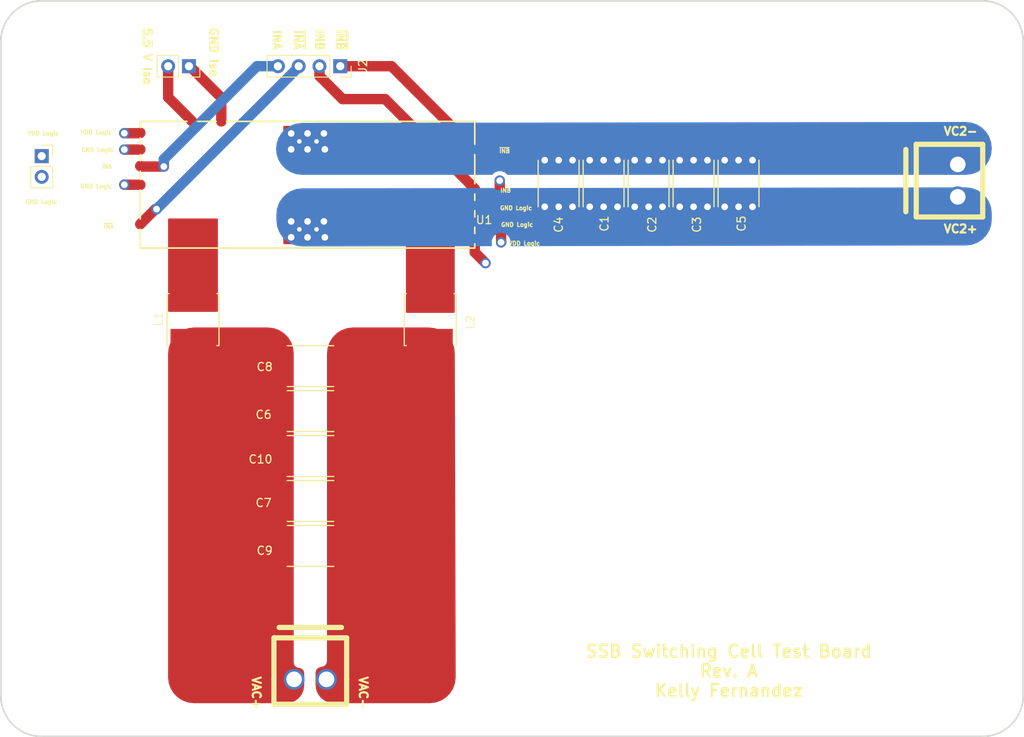
<source format=kicad_pcb>
(kicad_pcb (version 20171130) (host pcbnew "(5.0.0)")

  (general
    (thickness 1.6)
    (drawings 31)
    (tracks 93)
    (zones 0)
    (modules 22)
    (nets 15)
  )

  (page A4)
  (layers
    (0 F.Cu signal)
    (1 In1.Cu signal)
    (2 In2.Cu signal)
    (31 B.Cu signal)
    (32 B.Adhes user)
    (33 F.Adhes user)
    (34 B.Paste user)
    (35 F.Paste user)
    (36 B.SilkS user)
    (37 F.SilkS user)
    (38 B.Mask user)
    (39 F.Mask user)
    (40 Dwgs.User user)
    (41 Cmts.User user)
    (42 Eco1.User user)
    (43 Eco2.User user)
    (44 Edge.Cuts user)
    (45 Margin user)
    (46 B.CrtYd user)
    (47 F.CrtYd user)
    (48 B.Fab user)
    (49 F.Fab user)
  )

  (setup
    (last_trace_width 1.27)
    (user_trace_width 0.254)
    (user_trace_width 0.3302)
    (user_trace_width 0.508)
    (user_trace_width 0.635)
    (user_trace_width 0.762)
    (user_trace_width 1.27)
    (user_trace_width 2.54)
    (user_trace_width 5.08)
    (trace_clearance 0.1524)
    (zone_clearance 0.508)
    (zone_45_only no)
    (trace_min 0.1524)
    (segment_width 0.2)
    (edge_width 0.2)
    (via_size 0.635)
    (via_drill 0.3048)
    (via_min_size 0.6096)
    (via_min_drill 0.2794)
    (user_via 0.635 0.3048)
    (user_via 0.889 0.5588)
    (user_via 1.27 0.8128)
    (uvia_size 0.3048)
    (uvia_drill 0.2794)
    (uvias_allowed no)
    (uvia_min_size 0.2)
    (uvia_min_drill 0.1)
    (pcb_text_width 0.3)
    (pcb_text_size 1.5 1.5)
    (mod_edge_width 0.15)
    (mod_text_size 1 1)
    (mod_text_width 0.15)
    (pad_size 2.54 5.5118)
    (pad_drill 0)
    (pad_to_mask_clearance 0.2)
    (aux_axis_origin 0 0)
    (visible_elements 7FFFFFFF)
    (pcbplotparams
      (layerselection 0x010f0_ffffffff)
      (usegerberextensions false)
      (usegerberattributes false)
      (usegerberadvancedattributes false)
      (creategerberjobfile false)
      (excludeedgelayer true)
      (linewidth 0.100000)
      (plotframeref false)
      (viasonmask false)
      (mode 1)
      (useauxorigin false)
      (hpglpennumber 1)
      (hpglpenspeed 20)
      (hpglpendiameter 15.000000)
      (psnegative false)
      (psa4output false)
      (plotreference true)
      (plotvalue true)
      (plotinvisibletext false)
      (padsonsilk false)
      (subtractmaskfromsilk false)
      (outputformat 1)
      (mirror false)
      (drillshape 0)
      (scaleselection 1)
      (outputdirectory "Test Board Gerbers/"))
  )

  (net 0 "")
  (net 1 /VDD_Logic)
  (net 2 /GND_Logic)
  (net 3 /INA)
  (net 4 /~INA)
  (net 5 /INB)
  (net 6 /~INB)
  (net 7 /LC1_Pos)
  (net 8 /CF_Neg)
  (net 9 /VC2_Neg)
  (net 10 /VC2_Pos)
  (net 11 /VDD_ISO)
  (net 12 /GND_ISO)
  (net 13 /VAC_Neg)
  (net 14 /VAC_Pos)

  (net_class Default "This is the default net class."
    (clearance 0.1524)
    (trace_width 0.1524)
    (via_dia 0.635)
    (via_drill 0.3048)
    (uvia_dia 0.3048)
    (uvia_drill 0.2794)
    (add_net /CF_Neg)
    (add_net /GND_ISO)
    (add_net /GND_Logic)
    (add_net /INA)
    (add_net /INB)
    (add_net /LC1_Pos)
    (add_net /VAC_Neg)
    (add_net /VAC_Pos)
    (add_net /VC2_Neg)
    (add_net /VC2_Pos)
    (add_net /VDD_ISO)
    (add_net /VDD_Logic)
    (add_net /~INA)
    (add_net /~INB)
  )

  (module MountingHole:MountingHole_3mm (layer F.Cu) (tedit 5D364A73) (tstamp 5D407457)
    (at 5 -5)
    (descr "Mounting Hole 3mm, no annular")
    (tags "mounting hole 3mm no annular")
    (attr virtual)
    (fp_text reference REF** (at 0 -4) (layer F.SilkS) hide
      (effects (font (size 1 1) (thickness 0.15)))
    )
    (fp_text value MountingHole_3mm (at 0 4) (layer F.Fab) hide
      (effects (font (size 1 1) (thickness 0.15)))
    )
    (fp_text user %R (at 0.3 0) (layer F.Fab)
      (effects (font (size 1 1) (thickness 0.15)))
    )
    (fp_circle (center 0 0) (end 3 0) (layer Cmts.User) (width 0.15))
    (fp_circle (center 0 0) (end 3.25 0) (layer F.CrtYd) (width 0.05))
    (pad 1 np_thru_hole circle (at 0 0) (size 3 3) (drill 3) (layers *.Cu *.Mask))
  )

  (module MountingHole:MountingHole_3mm (layer F.Cu) (tedit 5D364A73) (tstamp 5D407457)
    (at 120 -5)
    (descr "Mounting Hole 3mm, no annular")
    (tags "mounting hole 3mm no annular")
    (attr virtual)
    (fp_text reference REF** (at 0 -4) (layer F.SilkS) hide
      (effects (font (size 1 1) (thickness 0.15)))
    )
    (fp_text value MountingHole_3mm (at 0 4) (layer F.Fab) hide
      (effects (font (size 1 1) (thickness 0.15)))
    )
    (fp_text user %R (at 0.3 0) (layer F.Fab)
      (effects (font (size 1 1) (thickness 0.15)))
    )
    (fp_circle (center 0 0) (end 3 0) (layer Cmts.User) (width 0.15))
    (fp_circle (center 0 0) (end 3.25 0) (layer F.CrtYd) (width 0.05))
    (pad 1 np_thru_hole circle (at 0 0) (size 3 3) (drill 3) (layers *.Cu *.Mask))
  )

  (module MountingHole:MountingHole_3mm (layer F.Cu) (tedit 5D364A73) (tstamp 5D407457)
    (at 120 -85)
    (descr "Mounting Hole 3mm, no annular")
    (tags "mounting hole 3mm no annular")
    (attr virtual)
    (fp_text reference REF** (at 0 -4) (layer F.SilkS) hide
      (effects (font (size 1 1) (thickness 0.15)))
    )
    (fp_text value MountingHole_3mm (at 0 4) (layer F.Fab) hide
      (effects (font (size 1 1) (thickness 0.15)))
    )
    (fp_text user %R (at 0.3 0) (layer F.Fab)
      (effects (font (size 1 1) (thickness 0.15)))
    )
    (fp_circle (center 0 0) (end 3 0) (layer Cmts.User) (width 0.15))
    (fp_circle (center 0 0) (end 3.25 0) (layer F.CrtYd) (width 0.05))
    (pad 1 np_thru_hole circle (at 0 0) (size 3 3) (drill 3) (layers *.Cu *.Mask))
  )

  (module Connector_PinSocket_2.54mm:PinSocket_1x02_P2.54mm_Vertical (layer F.Cu) (tedit 5D364470) (tstamp 5D404B96)
    (at 23 -82 270)
    (descr "Through hole straight socket strip, 1x02, 2.54mm pitch, single row (from Kicad 4.0.7), script generated")
    (tags "Through hole socket strip THT 1x02 2.54mm single row")
    (path /5D301128)
    (fp_text reference J5 (at 0 -2.77 270) (layer F.SilkS) hide
      (effects (font (size 1 1) (thickness 0.15)))
    )
    (fp_text value Conn_01x02 (at 0 5.31 270) (layer F.Fab) hide
      (effects (font (size 1 1) (thickness 0.15)))
    )
    (fp_text user %R (at 0 1.27) (layer F.Fab)
      (effects (font (size 1 1) (thickness 0.15)))
    )
    (fp_line (start -1.8 4.3) (end -1.8 -1.8) (layer F.CrtYd) (width 0.05))
    (fp_line (start 1.75 4.3) (end -1.8 4.3) (layer F.CrtYd) (width 0.05))
    (fp_line (start 1.75 -1.8) (end 1.75 4.3) (layer F.CrtYd) (width 0.05))
    (fp_line (start -1.8 -1.8) (end 1.75 -1.8) (layer F.CrtYd) (width 0.05))
    (fp_line (start 0 -1.33) (end 1.33 -1.33) (layer F.SilkS) (width 0.12))
    (fp_line (start 1.33 -1.33) (end 1.33 0) (layer F.SilkS) (width 0.12))
    (fp_line (start 1.33 1.27) (end 1.33 3.87) (layer F.SilkS) (width 0.12))
    (fp_line (start -1.33 3.87) (end 1.33 3.87) (layer F.SilkS) (width 0.12))
    (fp_line (start -1.33 1.27) (end -1.33 3.87) (layer F.SilkS) (width 0.12))
    (fp_line (start -1.33 1.27) (end 1.33 1.27) (layer F.SilkS) (width 0.12))
    (fp_line (start -1.27 3.81) (end -1.27 -1.27) (layer F.Fab) (width 0.1))
    (fp_line (start 1.27 3.81) (end -1.27 3.81) (layer F.Fab) (width 0.1))
    (fp_line (start 1.27 -0.635) (end 1.27 3.81) (layer F.Fab) (width 0.1))
    (fp_line (start 0.635 -1.27) (end 1.27 -0.635) (layer F.Fab) (width 0.1))
    (fp_line (start -1.27 -1.27) (end 0.635 -1.27) (layer F.Fab) (width 0.1))
    (pad 2 thru_hole oval (at 0 2.54 270) (size 1.7 1.7) (drill 1) (layers *.Cu *.Mask)
      (net 11 /VDD_ISO))
    (pad 1 thru_hole rect (at 0 0 270) (size 1.7 1.7) (drill 1) (layers *.Cu *.Mask)
      (net 12 /GND_ISO))
    (model ${KISYS3DMOD}/Connector_PinSocket_2.54mm.3dshapes/PinSocket_1x02_P2.54mm_Vertical.wrl
      (at (xyz 0 0 0))
      (scale (xyz 1 1 1))
      (rotate (xyz 0 0 0))
    )
  )

  (module Connector_PinSocket_2.54mm:PinSocket_1x02_P2.54mm_Vertical (layer F.Cu) (tedit 5D3645A5) (tstamp 5D404B81)
    (at 5 -71)
    (descr "Through hole straight socket strip, 1x02, 2.54mm pitch, single row (from Kicad 4.0.7), script generated")
    (tags "Through hole socket strip THT 1x02 2.54mm single row")
    (path /5D2E25FF)
    (fp_text reference J3 (at 0 -2.77) (layer F.SilkS) hide
      (effects (font (size 1 1) (thickness 0.15)))
    )
    (fp_text value Conn_01x02 (at 0 5.31) (layer F.Fab) hide
      (effects (font (size 1 1) (thickness 0.15)))
    )
    (fp_line (start -1.27 -1.27) (end 0.635 -1.27) (layer F.Fab) (width 0.1))
    (fp_line (start 0.635 -1.27) (end 1.27 -0.635) (layer F.Fab) (width 0.1))
    (fp_line (start 1.27 -0.635) (end 1.27 3.81) (layer F.Fab) (width 0.1))
    (fp_line (start 1.27 3.81) (end -1.27 3.81) (layer F.Fab) (width 0.1))
    (fp_line (start -1.27 3.81) (end -1.27 -1.27) (layer F.Fab) (width 0.1))
    (fp_line (start -1.33 1.27) (end 1.33 1.27) (layer F.SilkS) (width 0.12))
    (fp_line (start -1.33 1.27) (end -1.33 3.87) (layer F.SilkS) (width 0.12))
    (fp_line (start -1.33 3.87) (end 1.33 3.87) (layer F.SilkS) (width 0.12))
    (fp_line (start 1.33 1.27) (end 1.33 3.87) (layer F.SilkS) (width 0.12))
    (fp_line (start 1.33 -1.33) (end 1.33 0) (layer F.SilkS) (width 0.12))
    (fp_line (start 0 -1.33) (end 1.33 -1.33) (layer F.SilkS) (width 0.12))
    (fp_line (start -1.8 -1.8) (end 1.75 -1.8) (layer F.CrtYd) (width 0.05))
    (fp_line (start 1.75 -1.8) (end 1.75 4.3) (layer F.CrtYd) (width 0.05))
    (fp_line (start 1.75 4.3) (end -1.8 4.3) (layer F.CrtYd) (width 0.05))
    (fp_line (start -1.8 4.3) (end -1.8 -1.8) (layer F.CrtYd) (width 0.05))
    (fp_text user %R (at 0 1.27 90) (layer F.Fab)
      (effects (font (size 1 1) (thickness 0.15)))
    )
    (pad 1 thru_hole rect (at 0 0) (size 1.7 1.7) (drill 1) (layers *.Cu *.Mask)
      (net 1 /VDD_Logic))
    (pad 2 thru_hole oval (at 0 2.54) (size 1.7 1.7) (drill 1) (layers *.Cu *.Mask)
      (net 2 /GND_Logic))
    (model ${KISYS3DMOD}/Connector_PinSocket_2.54mm.3dshapes/PinSocket_1x02_P2.54mm_Vertical.wrl
      (at (xyz 0 0 0))
      (scale (xyz 1 1 1))
      (rotate (xyz 0 0 0))
    )
  )

  (module user_dc:C_2220_Sm (layer F.Cu) (tedit 5D364572) (tstamp 5D3C771E)
    (at 93 -64.5 90)
    (path /5D2E675E)
    (fp_text reference C5 (at -1.762 -2.449 90) (layer F.SilkS)
      (effects (font (size 1 1) (thickness 0.15)))
    )
    (fp_text value C (at 0.3048 2.0828 90) (layer F.Fab) hide
      (effects (font (size 1 1) (thickness 0.15)))
    )
    (fp_line (start 0 0) (end 6.31 0) (layer F.CrtYd) (width 0.15))
    (fp_line (start 0 -5.61) (end 6.31 -5.61) (layer F.CrtYd) (width 0.15))
    (fp_line (start 6.31 0) (end 6.31 -5.61) (layer F.CrtYd) (width 0.15))
    (fp_line (start 0 0) (end 0 -5.61) (layer F.CrtYd) (width 0.15))
    (fp_line (start 0.305 -0.305) (end 6.005 -0.305) (layer F.SilkS) (width 0.15))
    (fp_line (start 0.305 -5.305) (end 6.005 -5.305) (layer F.SilkS) (width 0.15))
    (pad 2 smd rect (at 6.005 -2.805 90) (size 1.25 5) (layers F.Cu F.Paste F.Mask)
      (net 9 /VC2_Neg))
    (pad 1 smd rect (at 0.305 -2.805 90) (size 1.25 5) (layers F.Cu F.Paste F.Mask)
      (net 10 /VC2_Pos))
    (model ${KISYS3DMOD}/Capacitor_SMD.3dshapes/C_2220_5650Metric.wrl
      (offset (xyz 3 2.875 0))
      (scale (xyz 1 1 1))
      (rotate (xyz 0 0 0))
    )
  )

  (module user_dc:C_2220_Sm (layer F.Cu) (tedit 5CB64CCE) (tstamp 5D3C76DC)
    (at 76.5 -64.5 90)
    (path /5D2E6646)
    (fp_text reference C1 (at -1.762 -2.713 90) (layer F.SilkS)
      (effects (font (size 1 1) (thickness 0.15)))
    )
    (fp_text value C (at 0.3048 2.0828 90) (layer F.Fab)
      (effects (font (size 1 1) (thickness 0.15)))
    )
    (fp_line (start 0.305 -5.305) (end 6.005 -5.305) (layer F.SilkS) (width 0.15))
    (fp_line (start 0.305 -0.305) (end 6.005 -0.305) (layer F.SilkS) (width 0.15))
    (fp_line (start 0 0) (end 0 -5.61) (layer F.CrtYd) (width 0.15))
    (fp_line (start 6.31 0) (end 6.31 -5.61) (layer F.CrtYd) (width 0.15))
    (fp_line (start 0 -5.61) (end 6.31 -5.61) (layer F.CrtYd) (width 0.15))
    (fp_line (start 0 0) (end 6.31 0) (layer F.CrtYd) (width 0.15))
    (pad 1 smd rect (at 0.305 -2.805 90) (size 1.25 5) (layers F.Cu F.Paste F.Mask)
      (net 10 /VC2_Pos))
    (pad 2 smd rect (at 6.005 -2.805 90) (size 1.25 5) (layers F.Cu F.Paste F.Mask)
      (net 9 /VC2_Neg))
    (model ${KISYS3DMOD}/Capacitor_SMD.3dshapes/C_2220_5650Metric.wrl
      (offset (xyz 3 2.875 0))
      (scale (xyz 1 1 1))
      (rotate (xyz 0 0 0))
    )
  )

  (module user_dc:C_2220_Sm (layer F.Cu) (tedit 5CB64CCE) (tstamp 5D3C76FD)
    (at 87.5 -64.5 90)
    (path /5D2E66EC)
    (fp_text reference C3 (at -1.889 -2.41 90) (layer F.SilkS)
      (effects (font (size 1 1) (thickness 0.15)))
    )
    (fp_text value C (at 0.3048 2.0828 90) (layer F.Fab)
      (effects (font (size 1 1) (thickness 0.15)))
    )
    (fp_line (start 0 0) (end 6.31 0) (layer F.CrtYd) (width 0.15))
    (fp_line (start 0 -5.61) (end 6.31 -5.61) (layer F.CrtYd) (width 0.15))
    (fp_line (start 6.31 0) (end 6.31 -5.61) (layer F.CrtYd) (width 0.15))
    (fp_line (start 0 0) (end 0 -5.61) (layer F.CrtYd) (width 0.15))
    (fp_line (start 0.305 -0.305) (end 6.005 -0.305) (layer F.SilkS) (width 0.15))
    (fp_line (start 0.305 -5.305) (end 6.005 -5.305) (layer F.SilkS) (width 0.15))
    (pad 2 smd rect (at 6.005 -2.805 90) (size 1.25 5) (layers F.Cu F.Paste F.Mask)
      (net 9 /VC2_Neg))
    (pad 1 smd rect (at 0.305 -2.805 90) (size 1.25 5) (layers F.Cu F.Paste F.Mask)
      (net 10 /VC2_Pos))
    (model ${KISYS3DMOD}/Capacitor_SMD.3dshapes/C_2220_5650Metric.wrl
      (offset (xyz 3 2.875 0))
      (scale (xyz 1 1 1))
      (rotate (xyz 0 0 0))
    )
  )

  (module user_dc:C_2220_Sm (layer F.Cu) (tedit 5CB64CCE) (tstamp 5D3C773F)
    (at 71 -64.5 90)
    (path /5D2E6724)
    (fp_text reference C4 (at -1.889 -2.801 90) (layer F.SilkS)
      (effects (font (size 1 1) (thickness 0.15)))
    )
    (fp_text value C (at 0.3048 2.0828 90) (layer F.Fab)
      (effects (font (size 1 1) (thickness 0.15)))
    )
    (fp_line (start 0.305 -5.305) (end 6.005 -5.305) (layer F.SilkS) (width 0.15))
    (fp_line (start 0.305 -0.305) (end 6.005 -0.305) (layer F.SilkS) (width 0.15))
    (fp_line (start 0 0) (end 0 -5.61) (layer F.CrtYd) (width 0.15))
    (fp_line (start 6.31 0) (end 6.31 -5.61) (layer F.CrtYd) (width 0.15))
    (fp_line (start 0 -5.61) (end 6.31 -5.61) (layer F.CrtYd) (width 0.15))
    (fp_line (start 0 0) (end 6.31 0) (layer F.CrtYd) (width 0.15))
    (pad 1 smd rect (at 0.305 -2.805 90) (size 1.25 5) (layers F.Cu F.Paste F.Mask)
      (net 10 /VC2_Pos))
    (pad 2 smd rect (at 6.005 -2.805 90) (size 1.25 5) (layers F.Cu F.Paste F.Mask)
      (net 9 /VC2_Neg))
    (model ${KISYS3DMOD}/Capacitor_SMD.3dshapes/C_2220_5650Metric.wrl
      (offset (xyz 3 2.875 0))
      (scale (xyz 1 1 1))
      (rotate (xyz 0 0 0))
    )
  )

  (module user_dc:C_2220_Sm (layer F.Cu) (tedit 5CB64CCE) (tstamp 5D3BF25F)
    (at 34.7 -37)
    (path /5D2E4B62)
    (fp_text reference C6 (at -2.569 -2.37) (layer F.SilkS)
      (effects (font (size 1 1) (thickness 0.15)))
    )
    (fp_text value C (at 0.3048 2.0828) (layer F.Fab)
      (effects (font (size 1 1) (thickness 0.15)))
    )
    (fp_line (start 0 0) (end 6.31 0) (layer F.CrtYd) (width 0.15))
    (fp_line (start 0 -5.61) (end 6.31 -5.61) (layer F.CrtYd) (width 0.15))
    (fp_line (start 6.31 0) (end 6.31 -5.61) (layer F.CrtYd) (width 0.15))
    (fp_line (start 0 0) (end 0 -5.61) (layer F.CrtYd) (width 0.15))
    (fp_line (start 0.305 -0.305) (end 6.005 -0.305) (layer F.SilkS) (width 0.15))
    (fp_line (start 0.305 -5.305) (end 6.005 -5.305) (layer F.SilkS) (width 0.15))
    (pad 2 smd rect (at 6.005 -2.805) (size 1.25 5) (layers F.Cu F.Paste F.Mask)
      (net 13 /VAC_Neg))
    (pad 1 smd rect (at 0.305 -2.805) (size 1.25 5) (layers F.Cu F.Paste F.Mask)
      (net 14 /VAC_Pos))
    (model ${KISYS3DMOD}/Capacitor_SMD.3dshapes/C_2220_5650Metric.wrl
      (offset (xyz 3 2.875 0))
      (scale (xyz 1 1 1))
      (rotate (xyz 0 0 0))
    )
  )

  (module user_dc:C_2220_Sm (layer F.Cu) (tedit 5CB64CCE) (tstamp 5D3BF253)
    (at 34.7 -26)
    (path /5D2E4BBE)
    (fp_text reference C7 (at -2.569 -2.575) (layer F.SilkS)
      (effects (font (size 1 1) (thickness 0.15)))
    )
    (fp_text value C (at 0.3048 2.0828) (layer F.Fab)
      (effects (font (size 1 1) (thickness 0.15)))
    )
    (fp_line (start 0.305 -5.305) (end 6.005 -5.305) (layer F.SilkS) (width 0.15))
    (fp_line (start 0.305 -0.305) (end 6.005 -0.305) (layer F.SilkS) (width 0.15))
    (fp_line (start 0 0) (end 0 -5.61) (layer F.CrtYd) (width 0.15))
    (fp_line (start 6.31 0) (end 6.31 -5.61) (layer F.CrtYd) (width 0.15))
    (fp_line (start 0 -5.61) (end 6.31 -5.61) (layer F.CrtYd) (width 0.15))
    (fp_line (start 0 0) (end 6.31 0) (layer F.CrtYd) (width 0.15))
    (pad 1 smd rect (at 0.305 -2.805) (size 1.25 5) (layers F.Cu F.Paste F.Mask)
      (net 14 /VAC_Pos))
    (pad 2 smd rect (at 6.005 -2.805) (size 1.25 5) (layers F.Cu F.Paste F.Mask)
      (net 13 /VAC_Neg))
    (model ${KISYS3DMOD}/Capacitor_SMD.3dshapes/C_2220_5650Metric.wrl
      (offset (xyz 3 2.875 0))
      (scale (xyz 1 1 1))
      (rotate (xyz 0 0 0))
    )
  )

  (module user_dc:C_2220_Sm (layer F.Cu) (tedit 5CB64CCE) (tstamp 5D4068DA)
    (at 34.7 -20.5)
    (path /5D2E4C4A)
    (fp_text reference C9 (at -2.442 -2.233) (layer F.SilkS)
      (effects (font (size 1 1) (thickness 0.15)))
    )
    (fp_text value C (at 0.3048 2.0828) (layer F.Fab)
      (effects (font (size 1 1) (thickness 0.15)))
    )
    (fp_line (start 0 0) (end 6.31 0) (layer F.CrtYd) (width 0.15))
    (fp_line (start 0 -5.61) (end 6.31 -5.61) (layer F.CrtYd) (width 0.15))
    (fp_line (start 6.31 0) (end 6.31 -5.61) (layer F.CrtYd) (width 0.15))
    (fp_line (start 0 0) (end 0 -5.61) (layer F.CrtYd) (width 0.15))
    (fp_line (start 0.305 -0.305) (end 6.005 -0.305) (layer F.SilkS) (width 0.15))
    (fp_line (start 0.305 -5.305) (end 6.005 -5.305) (layer F.SilkS) (width 0.15))
    (pad 2 smd rect (at 6.005 -2.805) (size 1.25 5) (layers F.Cu F.Paste F.Mask)
      (net 13 /VAC_Neg))
    (pad 1 smd rect (at 0.305 -2.805) (size 1.25 5) (layers F.Cu F.Paste F.Mask)
      (net 14 /VAC_Pos))
    (model ${KISYS3DMOD}/Capacitor_SMD.3dshapes/C_2220_5650Metric.wrl
      (offset (xyz 3 2.875 0))
      (scale (xyz 1 1 1))
      (rotate (xyz 0 0 0))
    )
  )

  (module user_dc:C_2220_Sm (layer F.Cu) (tedit 5CB64CCE) (tstamp 5D3BF23B)
    (at 34.7 -31.5)
    (path /5D2E4C7A)
    (fp_text reference C10 (at -2.95 -2.409) (layer F.SilkS)
      (effects (font (size 1 1) (thickness 0.15)))
    )
    (fp_text value C (at 0.3048 2.0828) (layer F.Fab)
      (effects (font (size 1 1) (thickness 0.15)))
    )
    (fp_line (start 0.305 -5.305) (end 6.005 -5.305) (layer F.SilkS) (width 0.15))
    (fp_line (start 0.305 -0.305) (end 6.005 -0.305) (layer F.SilkS) (width 0.15))
    (fp_line (start 0 0) (end 0 -5.61) (layer F.CrtYd) (width 0.15))
    (fp_line (start 6.31 0) (end 6.31 -5.61) (layer F.CrtYd) (width 0.15))
    (fp_line (start 0 -5.61) (end 6.31 -5.61) (layer F.CrtYd) (width 0.15))
    (fp_line (start 0 0) (end 6.31 0) (layer F.CrtYd) (width 0.15))
    (pad 1 smd rect (at 0.305 -2.805) (size 1.25 5) (layers F.Cu F.Paste F.Mask)
      (net 14 /VAC_Pos))
    (pad 2 smd rect (at 6.005 -2.805) (size 1.25 5) (layers F.Cu F.Paste F.Mask)
      (net 13 /VAC_Neg))
    (model ${KISYS3DMOD}/Capacitor_SMD.3dshapes/C_2220_5650Metric.wrl
      (offset (xyz 3 2.875 0))
      (scale (xyz 1 1 1))
      (rotate (xyz 0 0 0))
    )
  )

  (module user_dc:C_2220_Sm (layer F.Cu) (tedit 5CB64CCE) (tstamp 5D3C7760)
    (at 82 -64.5 90)
    (path /5D2E669E)
    (fp_text reference C2 (at -1.889 -2.371 90) (layer F.SilkS)
      (effects (font (size 1 1) (thickness 0.15)))
    )
    (fp_text value C (at 0.3048 2.0828 90) (layer F.Fab)
      (effects (font (size 1 1) (thickness 0.15)))
    )
    (fp_line (start 0 0) (end 6.31 0) (layer F.CrtYd) (width 0.15))
    (fp_line (start 0 -5.61) (end 6.31 -5.61) (layer F.CrtYd) (width 0.15))
    (fp_line (start 6.31 0) (end 6.31 -5.61) (layer F.CrtYd) (width 0.15))
    (fp_line (start 0 0) (end 0 -5.61) (layer F.CrtYd) (width 0.15))
    (fp_line (start 0.305 -0.305) (end 6.005 -0.305) (layer F.SilkS) (width 0.15))
    (fp_line (start 0.305 -5.305) (end 6.005 -5.305) (layer F.SilkS) (width 0.15))
    (pad 2 smd rect (at 6.005 -2.805 90) (size 1.25 5) (layers F.Cu F.Paste F.Mask)
      (net 9 /VC2_Neg))
    (pad 1 smd rect (at 0.305 -2.805 90) (size 1.25 5) (layers F.Cu F.Paste F.Mask)
      (net 10 /VC2_Pos))
    (model ${KISYS3DMOD}/Capacitor_SMD.3dshapes/C_2220_5650Metric.wrl
      (offset (xyz 3 2.875 0))
      (scale (xyz 1 1 1))
      (rotate (xyz 0 0 0))
    )
  )

  (module user_dc:C_2220_Sm (layer F.Cu) (tedit 5CB64CCE) (tstamp 5D3BF223)
    (at 34.7 -42.5)
    (path /5D2E4C16)
    (fp_text reference C8 (at -2.442 -2.712) (layer F.SilkS)
      (effects (font (size 1 1) (thickness 0.15)))
    )
    (fp_text value C (at 0.3048 2.0828) (layer F.Fab)
      (effects (font (size 1 1) (thickness 0.15)))
    )
    (fp_line (start 0.305 -5.305) (end 6.005 -5.305) (layer F.SilkS) (width 0.15))
    (fp_line (start 0.305 -0.305) (end 6.005 -0.305) (layer F.SilkS) (width 0.15))
    (fp_line (start 0 0) (end 0 -5.61) (layer F.CrtYd) (width 0.15))
    (fp_line (start 6.31 0) (end 6.31 -5.61) (layer F.CrtYd) (width 0.15))
    (fp_line (start 0 -5.61) (end 6.31 -5.61) (layer F.CrtYd) (width 0.15))
    (fp_line (start 0 0) (end 6.31 0) (layer F.CrtYd) (width 0.15))
    (pad 1 smd rect (at 0.305 -2.805) (size 1.25 5) (layers F.Cu F.Paste F.Mask)
      (net 14 /VAC_Pos))
    (pad 2 smd rect (at 6.005 -2.805) (size 1.25 5) (layers F.Cu F.Paste F.Mask)
      (net 13 /VAC_Neg))
    (model ${KISYS3DMOD}/Capacitor_SMD.3dshapes/C_2220_5650Metric.wrl
      (offset (xyz 3 2.875 0))
      (scale (xyz 1 1 1))
      (rotate (xyz 0 0 0))
    )
  )

  (module user_dc:XAL7070 (layer F.Cu) (tedit 5D364748) (tstamp 5D3BF217)
    (at 23.5 -51 270)
    (path /5D2E42C6)
    (fp_text reference L1 (at -0.054 4.196 270) (layer F.SilkS)
      (effects (font (size 1 1) (thickness 0.111125)))
    )
    (fp_text value L (at 0 -0.5 270) (layer F.Fab)
      (effects (font (size 0.762 0.4445) (thickness 0.111125)))
    )
    (fp_line (start 3.175 2.921) (end 3.175 3.175) (layer F.SilkS) (width 0.15))
    (fp_line (start -3.175 2.921) (end -3.175 3.175) (layer F.SilkS) (width 0.15))
    (fp_line (start 3.175 -3.175) (end 3.175 -2.921) (layer F.SilkS) (width 0.15))
    (fp_line (start -3.175 -3.175) (end -3.175 -2.921) (layer F.SilkS) (width 0.15))
    (fp_line (start -3.175 -3.175) (end 3.175 -3.175) (layer F.SilkS) (width 0.15))
    (fp_line (start -3.175 3.175) (end 3.175 3.175) (layer F.SilkS) (width 0.15))
    (pad 1 smd rect (at -2.413 0 270) (size 2.54 5.5118) (layers F.Cu F.Paste F.Mask)
      (net 7 /LC1_Pos))
    (pad 2 smd rect (at 2.413 0 270) (size 2.54 5.5118) (layers F.Cu F.Paste F.Mask)
      (net 14 /VAC_Pos))
    (model ${KIPRJMOD}/kicad-library/solid-models/XAL7070.STEP
      (offset (xyz -0.125 3.6 0))
      (scale (xyz 1 1 1))
      (rotate (xyz 0 0 0))
    )
  )

  (module user_dc:XAL7070 (layer F.Cu) (tedit 5D36474E) (tstamp 5D3BF20B)
    (at 52.5 -51 90)
    (path /5D2E4361)
    (fp_text reference L2 (at -0.327 4.904 90) (layer F.SilkS)
      (effects (font (size 1 1) (thickness 0.111125)))
    )
    (fp_text value L (at -2.032 0.0508 90) (layer F.Fab)
      (effects (font (size 0.762 0.4445) (thickness 0.111125)))
    )
    (fp_line (start -3.175 3.175) (end 3.175 3.175) (layer F.SilkS) (width 0.15))
    (fp_line (start -3.175 -3.175) (end 3.175 -3.175) (layer F.SilkS) (width 0.15))
    (fp_line (start -3.175 -3.175) (end -3.175 -2.921) (layer F.SilkS) (width 0.15))
    (fp_line (start 3.175 -3.175) (end 3.175 -2.921) (layer F.SilkS) (width 0.15))
    (fp_line (start -3.175 2.921) (end -3.175 3.175) (layer F.SilkS) (width 0.15))
    (fp_line (start 3.175 2.921) (end 3.175 3.175) (layer F.SilkS) (width 0.15))
    (pad 2 smd rect (at 2.413 0 90) (size 2.54 5.5118) (layers F.Cu F.Paste F.Mask)
      (net 8 /CF_Neg))
    (pad 1 smd rect (at -2.413 0 90) (size 2.54 5.5118) (layers F.Cu F.Paste F.Mask)
      (net 13 /VAC_Neg))
    (model ${KIPRJMOD}/kicad-library/solid-models/XAL7070.STEP
      (offset (xyz -0.125 3.6 0))
      (scale (xyz 1 1 1))
      (rotate (xyz 0 0 0))
    )
  )

  (module Connector_PinSocket_2.54mm:PinSocket_1x04_P2.54mm_Vertical (layer F.Cu) (tedit 5D364496) (tstamp 5D58024E)
    (at 41.5 -82 270)
    (descr "Through hole straight socket strip, 1x04, 2.54mm pitch, single row (from Kicad 4.0.7), script generated")
    (tags "Through hole socket strip THT 1x04 2.54mm single row")
    (path /5D2E2534)
    (fp_text reference J2 (at 0 -2.77 270) (layer F.SilkS)
      (effects (font (size 1 1) (thickness 0.15)))
    )
    (fp_text value Conn_01x04 (at 0 10.39 270) (layer F.Fab) hide
      (effects (font (size 1 1) (thickness 0.15)))
    )
    (fp_line (start -1.27 -1.27) (end 0.635 -1.27) (layer F.Fab) (width 0.1))
    (fp_line (start 0.635 -1.27) (end 1.27 -0.635) (layer F.Fab) (width 0.1))
    (fp_line (start 1.27 -0.635) (end 1.27 8.89) (layer F.Fab) (width 0.1))
    (fp_line (start 1.27 8.89) (end -1.27 8.89) (layer F.Fab) (width 0.1))
    (fp_line (start -1.27 8.89) (end -1.27 -1.27) (layer F.Fab) (width 0.1))
    (fp_line (start -1.33 1.27) (end 1.33 1.27) (layer F.SilkS) (width 0.12))
    (fp_line (start -1.33 1.27) (end -1.33 8.95) (layer F.SilkS) (width 0.12))
    (fp_line (start -1.33 8.95) (end 1.33 8.95) (layer F.SilkS) (width 0.12))
    (fp_line (start 1.33 1.27) (end 1.33 8.95) (layer F.SilkS) (width 0.12))
    (fp_line (start 1.33 -1.33) (end 1.33 0) (layer F.SilkS) (width 0.12))
    (fp_line (start 0 -1.33) (end 1.33 -1.33) (layer F.SilkS) (width 0.12))
    (fp_line (start -1.8 -1.8) (end 1.75 -1.8) (layer F.CrtYd) (width 0.05))
    (fp_line (start 1.75 -1.8) (end 1.75 9.4) (layer F.CrtYd) (width 0.05))
    (fp_line (start 1.75 9.4) (end -1.8 9.4) (layer F.CrtYd) (width 0.05))
    (fp_line (start -1.8 9.4) (end -1.8 -1.8) (layer F.CrtYd) (width 0.05))
    (fp_text user %R (at 0 3.81) (layer F.Fab)
      (effects (font (size 1 1) (thickness 0.15)))
    )
    (pad 1 thru_hole rect (at 0 0 270) (size 1.7 1.7) (drill 1) (layers *.Cu *.Mask)
      (net 6 /~INB))
    (pad 2 thru_hole oval (at 0 2.54 270) (size 1.7 1.7) (drill 1) (layers *.Cu *.Mask)
      (net 5 /INB))
    (pad 3 thru_hole oval (at 0 5.08 270) (size 1.7 1.7) (drill 1) (layers *.Cu *.Mask)
      (net 4 /~INA))
    (pad 4 thru_hole oval (at 0 7.62 270) (size 1.7 1.7) (drill 1) (layers *.Cu *.Mask)
      (net 3 /INA))
    (model ${KISYS3DMOD}/Connector_PinSocket_2.54mm.3dshapes/PinSocket_1x04_P2.54mm_Vertical.wrl
      (at (xyz 0 0 0))
      (scale (xyz 1 1 1))
      (rotate (xyz 0 0 0))
    )
  )

  (module calisco-MTA:MTA156_2pin (layer F.Cu) (tedit 5D36457A) (tstamp 5D580236)
    (at 117 -68 90)
    (path /5D2E281B)
    (fp_text reference J4 (at 0 5.08 90) (layer F.SilkS) hide
      (effects (font (size 1 1) (thickness 0.15)))
    )
    (fp_text value Conn_01x02 (at 0 -8.255 90) (layer F.Fab) hide
      (effects (font (size 1 1) (thickness 0.15)))
    )
    (fp_line (start -3.81 -6.35) (end 3.81 -6.35) (layer F.SilkS) (width 0.635))
    (fp_line (start 4.445 3.048) (end 4.445 0) (layer F.SilkS) (width 0.635))
    (fp_line (start -4.445 3.048) (end 4.445 3.048) (layer F.SilkS) (width 0.635))
    (fp_line (start -4.445 0) (end -4.445 3.048) (layer F.SilkS) (width 0.635))
    (fp_line (start 4.445 -5.08) (end 4.445 0) (layer F.SilkS) (width 0.635))
    (fp_line (start -4.445 -5.08) (end 4.445 -5.08) (layer F.SilkS) (width 0.635))
    (fp_line (start -4.445 0) (end -4.445 -5.08) (layer F.SilkS) (width 0.635))
    (pad 1 thru_hole circle (at -1.9812 0 270) (size 2.54 2.54) (drill 1.905) (layers *.Cu *.Mask)
      (net 10 /VC2_Pos) (clearance 0.635))
    (pad 2 thru_hole circle (at 1.9812 0 270) (size 2.54 2.54) (drill 1.905) (layers *.Cu *.Mask)
      (net 9 /VC2_Neg))
  )

  (module calisco-MTA:MTA156_2pin (layer F.Cu) (tedit 5D364533) (tstamp 5D58021C)
    (at 37.837 -6.985)
    (path /5D2E2887)
    (fp_text reference J1 (at 0 5.08) (layer F.SilkS) hide
      (effects (font (size 1 1) (thickness 0.15)))
    )
    (fp_text value Conn_01x02 (at 0 -8.255) (layer F.Fab) hide
      (effects (font (size 1 1) (thickness 0.15)))
    )
    (fp_line (start -3.81 -6.35) (end 3.81 -6.35) (layer F.SilkS) (width 0.635))
    (fp_line (start 4.445 3.048) (end 4.445 0) (layer F.SilkS) (width 0.635))
    (fp_line (start -4.445 3.048) (end 4.445 3.048) (layer F.SilkS) (width 0.635))
    (fp_line (start -4.445 0) (end -4.445 3.048) (layer F.SilkS) (width 0.635))
    (fp_line (start 4.445 -5.08) (end 4.445 0) (layer F.SilkS) (width 0.635))
    (fp_line (start -4.445 -5.08) (end 4.445 -5.08) (layer F.SilkS) (width 0.635))
    (fp_line (start -4.445 0) (end -4.445 -5.08) (layer F.SilkS) (width 0.635))
    (pad 1 thru_hole circle (at -1.9812 0 180) (size 2.54 2.54) (drill 1.905) (layers *.Cu *.Mask)
      (net 14 /VAC_Pos) (clearance 0.635))
    (pad 2 thru_hole circle (at 1.9812 0 180) (size 2.54 2.54) (drill 1.905) (layers *.Cu *.Mask)
      (net 13 /VAC_Neg))
  )

  (module "user_dc:Buffer Full Bridge" (layer F.Cu) (tedit 5D36456F) (tstamp 5D58020F)
    (at 37.5 -67.5)
    (path /5D2E18FC)
    (fp_text reference U1 (at 21.59 4.31) (layer F.SilkS)
      (effects (font (size 1 1) (thickness 0.15)))
    )
    (fp_text value FullBridgeCell (at 21.59 3.31) (layer F.Fab) hide
      (effects (font (size 1 1) (thickness 0.15)))
    )
    (fp_line (start 20.447 7.239) (end 20.447 7.747) (layer F.SilkS) (width 0.2))
    (fp_line (start 20.447 5.207) (end 20.447 5.969) (layer F.SilkS) (width 0.2))
    (fp_line (start 20.447 3.175) (end 20.447 3.937) (layer F.SilkS) (width 0.2))
    (fp_line (start 20.447 1.143) (end 20.447 1.905) (layer F.SilkS) (width 0.2))
    (fp_line (start 20.447 -3.683) (end 20.447 -0.127) (layer F.SilkS) (width 0.2))
    (fp_line (start -13.462 -7.747) (end -11.176 -7.747) (layer F.SilkS) (width 0.2))
    (fp_line (start -20.447 -7.747) (end -14.732 -7.747) (layer F.SilkS) (width 0.2))
    (fp_line (start -20.447 5.461) (end -20.447 7.747) (layer F.SilkS) (width 0.2))
    (fp_line (start -20.447 -7.747) (end -20.447 -6.985) (layer F.SilkS) (width 0.2))
    (fp_line (start -20.447 -5.715) (end -20.447 -4.953) (layer F.SilkS) (width 0.2))
    (fp_line (start -20.447 -3.683) (end -20.447 -2.921) (layer F.SilkS) (width 0.2))
    (fp_line (start -20.447 -1.651) (end -20.447 -0.635) (layer F.SilkS) (width 0.2))
    (fp_line (start -20.447 7.747) (end 20.447 7.747) (layer F.SilkS) (width 0.2))
    (fp_line (start 20.447 -4.953) (end 20.447 -7.747) (layer F.SilkS) (width 0.2))
    (fp_line (start -9.906 -7.747) (end 20.447 -7.747) (layer F.SilkS) (width 0.2))
    (fp_line (start -20.447 4.191) (end -20.447 0.651) (layer F.SilkS) (width 0.2))
    (pad 11 smd rect (at -0.0127 -5.3499 90) (size 2.54 5.08) (layers F.Cu F.Paste F.Mask)
      (net 9 /VC2_Neg))
    (pad 9 smd rect (at 15.113 5.588 90) (size 2.54 5.08) (layers F.Cu F.Paste F.Mask)
      (net 8 /CF_Neg))
    (pad 10 smd rect (at -0.0127 5.588 90) (size 2.54 5.08) (layers F.Cu F.Paste F.Mask)
      (net 10 /VC2_Pos))
    (pad 8 smd rect (at -14.097 5.588 90) (size 2.54 5.08) (layers F.Cu F.Paste F.Mask)
      (net 7 /LC1_Pos))
    (pad 1 smd circle (at 20.447 6.604) (size 1.27 1.27) (layers F.Cu F.Paste F.Mask)
      (net 1 /VDD_Logic))
    (pad 7 smd circle (at 20.447 4.572) (size 1.27 1.27) (layers F.Cu F.Paste F.Mask)
      (net 2 /GND_Logic))
    (pad 6 smd circle (at 20.447 2.54) (size 1.27 1.27) (layers F.Cu F.Paste F.Mask)
      (net 2 /GND_Logic))
    (pad 5 smd circle (at 20.447 0.508) (size 1.27 1.27) (layers F.Cu F.Paste F.Mask)
      (net 5 /INB))
    (pad 4 smd circle (at 20.447 -4.318) (size 1.27 1.27) (layers F.Cu F.Paste F.Mask)
      (net 6 /~INB))
    (pad 13 smd circle (at -10.541 -7.747) (size 1.27 1.27) (layers F.Cu F.Paste F.Mask)
      (net 12 /GND_ISO))
    (pad 12 smd circle (at -14.097 -7.747) (size 1.27 1.27) (layers F.Cu F.Paste F.Mask)
      (net 11 /VDD_ISO))
    (pad 3 smd circle (at -20.447 4.826) (size 1.27 1.27) (layers F.Cu F.Paste F.Mask)
      (net 4 /~INA))
    (pad 6 smd circle (at -20.447 0.016) (size 1.27 1.27) (layers F.Cu F.Paste F.Mask)
      (net 2 /GND_Logic))
    (pad 2 smd circle (at -20.447 -2.286) (size 1.27 1.27) (layers F.Cu F.Paste F.Mask)
      (net 3 /INA))
    (pad 7 smd circle (at -20.447 -4.318) (size 1.27 1.27) (layers F.Cu F.Paste F.Mask)
      (net 2 /GND_Logic))
    (pad 1 smd circle (at -20.447 -6.35) (size 1.27 1.27) (layers F.Cu F.Paste F.Mask)
      (net 1 /VDD_Logic))
  )

  (module MountingHole:MountingHole_3mm (layer F.Cu) (tedit 5D364A73) (tstamp 5D407393)
    (at 5 -85)
    (descr "Mounting Hole 3mm, no annular")
    (tags "mounting hole 3mm no annular")
    (attr virtual)
    (fp_text reference REF** (at 0 -4) (layer F.SilkS) hide
      (effects (font (size 1 1) (thickness 0.15)))
    )
    (fp_text value MountingHole_3mm (at 0 4) (layer F.Fab) hide
      (effects (font (size 1 1) (thickness 0.15)))
    )
    (fp_circle (center 0 0) (end 3.25 0) (layer F.CrtYd) (width 0.05))
    (fp_circle (center 0 0) (end 3 0) (layer Cmts.User) (width 0.15))
    (fp_text user %R (at 0.3 0) (layer F.Fab)
      (effects (font (size 1 1) (thickness 0.15)))
    )
    (pad 1 np_thru_hole circle (at 0 0) (size 3 3) (drill 3) (layers *.Cu *.Mask))
  )

  (gr_text "SSB Switching Cell Test Board\nRev. A\nKelly Fernandez" (at 89 -8) (layer F.SilkS)
    (effects (font (size 1.5 1.5) (thickness 0.3)))
  )
  (gr_arc (start 120 -5) (end 120 0) (angle -90) (layer Edge.Cuts) (width 0.2))
  (gr_arc (start 120 -85) (end 125 -85) (angle -90) (layer Edge.Cuts) (width 0.2))
  (gr_arc (start 5 -85) (end 5 -90) (angle -90) (layer Edge.Cuts) (width 0.2))
  (gr_arc (start 5 -5) (end 0 -5) (angle -90) (layer Edge.Cuts) (width 0.2))
  (gr_text "VDD Logic" (at 64.008 -60.325) (layer F.SilkS) (tstamp 5D40687B)
    (effects (font (size 0.5 0.5) (thickness 0.125)))
  )
  (gr_text "GND Logic" (at 62.992 -64.643) (layer F.SilkS) (tstamp 5D40687A)
    (effects (font (size 0.5 0.5) (thickness 0.125)))
  )
  (gr_text "GND Logic" (at 63.119 -62.611) (layer F.SilkS) (tstamp 5D406879)
    (effects (font (size 0.5 0.5) (thickness 0.125)))
  )
  (gr_text INB (at 61.722 -66.802) (layer F.SilkS) (tstamp 5D406878)
    (effects (font (size 0.5 0.5) (thickness 0.125)))
  )
  (gr_text ~INB (at 61.595 -71.628) (layer F.SilkS) (tstamp 5D406877)
    (effects (font (size 0.5 0.5) (thickness 0.125)))
  )
  (gr_text ~INA (at 13.208 -62.357) (layer F.SilkS) (tstamp 5D40685C)
    (effects (font (size 0.5 0.5) (thickness 0.125)))
  )
  (gr_text "INA\n" (at 12.954 -69.723) (layer F.SilkS) (tstamp 5D40685C)
    (effects (font (size 0.5 0.5) (thickness 0.125)))
  )
  (gr_text "GND Logic" (at 11.811 -71.755) (layer F.SilkS) (tstamp 5D40685C)
    (effects (font (size 0.5 0.5) (thickness 0.125)))
  )
  (gr_text "GND Logic" (at 11.684 -67.31) (layer F.SilkS) (tstamp 5D40685C)
    (effects (font (size 0.5 0.5) (thickness 0.125)))
  )
  (gr_text "VDD Logic" (at 11.684 -73.914) (layer F.SilkS)
    (effects (font (size 0.5 0.5) (thickness 0.125)))
  )
  (gr_text "GND Logic" (at 4.953 -65.405) (layer F.SilkS) (tstamp 5D406849)
    (effects (font (size 0.5 0.5) (thickness 0.125)))
  )
  (gr_text "VDD Logic" (at 5.207 -73.787) (layer F.SilkS)
    (effects (font (size 0.5 0.5) (thickness 0.125)))
  )
  (gr_text VC2+ (at 117.348 -62.103) (layer F.SilkS)
    (effects (font (size 1 1) (thickness 0.25)))
  )
  (gr_text VC2- (at 117.348 -74.041) (layer F.SilkS)
    (effects (font (size 1 1) (thickness 0.25)))
  )
  (gr_text VAC- (at 44.323 -5.334 270) (layer F.SilkS) (tstamp 5D406730)
    (effects (font (size 1 1) (thickness 0.25)))
  )
  (gr_text VAC+ (at 31.242 -5.334 270) (layer F.SilkS)
    (effects (font (size 1 1) (thickness 0.25)))
  )
  (gr_text ~INB (at 41.529 -85.217 270) (layer F.SilkS) (tstamp 5D406723)
    (effects (font (size 1 1) (thickness 0.25)))
  )
  (gr_text INB (at 38.989 -85.217 270) (layer F.SilkS) (tstamp 5D406723)
    (effects (font (size 1 1) (thickness 0.25)))
  )
  (gr_text ~INA (at 36.322 -85.217 270) (layer F.SilkS) (tstamp 5D406723)
    (effects (font (size 1 1) (thickness 0.25)))
  )
  (gr_text INA (at 33.782 -85.217 270) (layer F.SilkS)
    (effects (font (size 1 1) (thickness 0.25)))
  )
  (gr_text "GND Iso" (at 26.035 -83.693 270) (layer F.SilkS)
    (effects (font (size 1 1) (thickness 0.25)))
  )
  (gr_text "5.5 V Iso" (at 17.907 -83.185 270) (layer F.SilkS)
    (effects (font (size 1 1) (thickness 0.25)))
  )
  (gr_line (start 5 0) (end 120 0) (layer Edge.Cuts) (width 0.2))
  (gr_line (start 125 -5) (end 125 -85) (layer Edge.Cuts) (width 0.2))
  (gr_line (start 5 -90) (end 120 -90) (layer Edge.Cuts) (width 0.2))
  (gr_line (start 0 -5) (end 0 -85) (layer Edge.Cuts) (width 0.2))

  (via (at 15.1 -67.5) (size 1.27) (drill 0.8128) (layers F.Cu B.Cu) (net 2))
  (via (at 15.1 -71.8) (size 1.27) (drill 0.8128) (layers F.Cu B.Cu) (net 2))
  (via (at 15.1 -73.8) (size 1.27) (drill 0.8128) (layers F.Cu B.Cu) (net 1))
  (segment (start 17.003 -73.8) (end 17.053 -73.85) (width 1.27) (layer F.Cu) (net 1))
  (segment (start 15.1 -73.8) (end 17.003 -73.8) (width 1.27) (layer F.Cu) (net 1))
  (via (at 59.262 -57.912) (size 1.27) (drill 0.8128) (layers F.Cu B.Cu) (net 1))
  (segment (start 57.947 -59.227) (end 59.262 -57.912) (width 1.27) (layer F.Cu) (net 1))
  (segment (start 57.947 -60.896) (end 57.947 -59.227) (width 1.27) (layer F.Cu) (net 1))
  (segment (start 17.037 -67.5) (end 17.053 -67.484) (width 1.27) (layer F.Cu) (net 2))
  (segment (start 15.1 -67.5) (end 17.037 -67.5) (width 1.27) (layer F.Cu) (net 2))
  (segment (start 17.035 -71.8) (end 17.053 -71.818) (width 1.27) (layer F.Cu) (net 2))
  (segment (start 15.1 -71.8) (end 17.035 -71.8) (width 1.27) (layer F.Cu) (net 2))
  (via (at 61.167 -60.452004) (size 1.27) (drill 0.8128) (layers F.Cu B.Cu) (net 2))
  (segment (start 58.845025 -62.928) (end 57.947 -62.928) (width 1.27) (layer F.Cu) (net 2))
  (segment (start 59.834 -62.928) (end 58.845025 -62.928) (width 1.27) (layer F.Cu) (net 2))
  (segment (start 61.167 -60.452004) (end 61.167 -61.595) (width 1.27) (layer F.Cu) (net 2))
  (segment (start 61.167 -61.595) (end 59.834 -62.928) (width 1.27) (layer F.Cu) (net 2))
  (via (at 61 -68) (size 1.27) (drill 0.8128) (layers F.Cu B.Cu) (net 2))
  (segment (start 61 -65.962) (end 61 -68) (width 1.27) (layer F.Cu) (net 2))
  (segment (start 57.947 -64.96) (end 59.998 -64.96) (width 1.27) (layer F.Cu) (net 2))
  (segment (start 59.998 -64.96) (end 61 -65.962) (width 1.27) (layer F.Cu) (net 2))
  (via (at 19.93 -69.723) (size 1.27) (drill 0.8128) (layers F.Cu B.Cu) (net 3))
  (segment (start 17.116 -69.723) (end 17.053 -69.786) (width 1.27) (layer F.Cu) (net 3))
  (segment (start 19.93 -69.723) (end 17.116 -69.723) (width 1.27) (layer F.Cu) (net 3))
  (segment (start 32.677919 -82) (end 33.88 -82) (width 1.27) (layer B.Cu) (net 3))
  (segment (start 31.308975 -82) (end 32.677919 -82) (width 1.27) (layer B.Cu) (net 3))
  (segment (start 19.93 -70.621025) (end 31.308975 -82) (width 1.27) (layer B.Cu) (net 3))
  (segment (start 19.93 -69.723) (end 19.93 -70.621025) (width 1.27) (layer B.Cu) (net 3))
  (segment (start 19.041 -64.516) (end 19.041 -64.516) (width 1.27) (layer B.Cu) (net 4) (tstamp 5D3E1987))
  (via (at 19.041 -64.516) (size 1.27) (drill 0.8128) (layers F.Cu B.Cu) (net 4))
  (segment (start 18.895 -64.516) (end 17.053 -62.674) (width 1.27) (layer F.Cu) (net 4))
  (segment (start 19.041 -64.516) (end 18.895 -64.516) (width 1.27) (layer F.Cu) (net 4))
  (segment (start 36.42 -81.895) (end 36.42 -82) (width 1.27) (layer B.Cu) (net 4))
  (segment (start 19.041 -64.516) (end 36.42 -81.895) (width 1.27) (layer B.Cu) (net 4))
  (segment (start 57.312001 -67.626999) (end 57.312001 -67.655999) (width 1.27) (layer F.Cu) (net 5))
  (segment (start 57.947 -66.992) (end 57.312001 -67.626999) (width 1.27) (layer F.Cu) (net 5))
  (segment (start 57.312001 -67.655999) (end 46.99 -77.978) (width 1.27) (layer F.Cu) (net 5))
  (segment (start 38.96 -80.797919) (end 38.96 -82) (width 1.27) (layer F.Cu) (net 5))
  (segment (start 41.779919 -77.978) (end 38.96 -80.797919) (width 1.27) (layer F.Cu) (net 5))
  (segment (start 46.99 -77.978) (end 41.779919 -77.978) (width 1.27) (layer F.Cu) (net 5))
  (segment (start 47.765 -82) (end 57.947 -71.818) (width 1.27) (layer F.Cu) (net 6))
  (segment (start 41.5 -82) (end 47.765 -82) (width 1.27) (layer F.Cu) (net 6))
  (via (at 68.2 -64.8) (size 1.27) (drill 0.8128) (layers F.Cu B.Cu) (net 10))
  (via (at 69.9 -64.8) (size 1.27) (drill 0.8128) (layers F.Cu B.Cu) (net 10))
  (via (at 66.5 -64.8) (size 1.27) (drill 0.8128) (layers F.Cu B.Cu) (net 10))
  (via (at 38.6 -72.8) (size 0.889) (drill 0.5588) (layers F.Cu B.Cu) (net 9))
  (via (at 36.5 -72.8) (size 0.889) (drill 0.5588) (layers F.Cu B.Cu) (net 9))
  (via (at 35.5 -73.773) (size 1.27) (drill 0.8128) (layers F.Cu B.Cu) (net 9))
  (via (at 39.5 -73.773) (size 1.27) (drill 0.8128) (layers F.Cu B.Cu) (net 9))
  (via (at 39.615 -71.827) (size 1.27) (drill 0.8128) (layers F.Cu B.Cu) (net 9))
  (via (at 35.5 -71.827) (size 1.27) (drill 0.8128) (layers F.Cu B.Cu) (net 9))
  (via (at 37.5 -73.773) (size 1.27) (drill 0.8128) (layers F.Cu B.Cu) (net 9))
  (via (at 37.5 -71.827) (size 1.27) (drill 0.8128) (layers F.Cu B.Cu) (net 9))
  (via (at 35.5 -63.011) (size 1.27) (drill 0.8128) (layers F.Cu B.Cu) (net 10) (tstamp 5D3C4B4A))
  (via (at 39.5 -63.011) (size 1.27) (drill 0.8128) (layers F.Cu B.Cu) (net 10) (tstamp 5D3C4B4B))
  (via (at 37.5 -63.011) (size 1.27) (drill 0.8128) (layers F.Cu B.Cu) (net 10) (tstamp 5D3C4B4C))
  (via (at 37.5 -61.065) (size 1.27) (drill 0.8128) (layers F.Cu B.Cu) (net 10) (tstamp 5D3C4B4D))
  (via (at 38.6 -62.038) (size 0.889) (drill 0.5588) (layers F.Cu B.Cu) (net 10) (tstamp 5D3C4B4E))
  (via (at 35.5 -61.065) (size 1.27) (drill 0.8128) (layers F.Cu B.Cu) (net 10) (tstamp 5D3C4B4F))
  (via (at 36.5 -62.038) (size 0.889) (drill 0.5588) (layers F.Cu B.Cu) (net 10) (tstamp 5D3C4B50))
  (via (at 39.615 -61.065) (size 1.27) (drill 0.8128) (layers F.Cu B.Cu) (net 10) (tstamp 5D3C4B51))
  (via (at 75.4 -64.8) (size 1.27) (drill 0.8128) (layers F.Cu B.Cu) (net 10) (tstamp 5D3C9593))
  (via (at 72 -64.8) (size 1.27) (drill 0.8128) (layers F.Cu B.Cu) (net 10) (tstamp 5D3C9594))
  (via (at 73.7 -64.8) (size 1.27) (drill 0.8128) (layers F.Cu B.Cu) (net 10) (tstamp 5D3C9595))
  (via (at 80.9 -64.8) (size 1.27) (drill 0.8128) (layers F.Cu B.Cu) (net 10) (tstamp 5D3C95DE))
  (via (at 77.5 -64.8) (size 1.27) (drill 0.8128) (layers F.Cu B.Cu) (net 10) (tstamp 5D3C95DF))
  (via (at 79.2 -64.8) (size 1.27) (drill 0.8128) (layers F.Cu B.Cu) (net 10) (tstamp 5D3C95E0))
  (via (at 84.7 -64.8) (size 1.27) (drill 0.8128) (layers F.Cu B.Cu) (net 10) (tstamp 5D3C966C))
  (via (at 86.4 -64.8) (size 1.27) (drill 0.8128) (layers F.Cu B.Cu) (net 10) (tstamp 5D3C966D))
  (via (at 83 -64.8) (size 1.27) (drill 0.8128) (layers F.Cu B.Cu) (net 10) (tstamp 5D3C966E))
  (via (at 91.9 -64.8) (size 1.27) (drill 0.8128) (layers F.Cu B.Cu) (net 10) (tstamp 5D3C96B4))
  (via (at 90.2 -64.8) (size 1.27) (drill 0.8128) (layers F.Cu B.Cu) (net 10) (tstamp 5D3C96B5))
  (via (at 88.5 -64.8) (size 1.27) (drill 0.8128) (layers F.Cu B.Cu) (net 10) (tstamp 5D3C96B6))
  (via (at 88.5 -70.5) (size 1.27) (drill 0.8128) (layers F.Cu B.Cu) (net 9) (tstamp 5D3C9744))
  (via (at 91.9 -70.5) (size 1.27) (drill 0.8128) (layers F.Cu B.Cu) (net 9) (tstamp 5D3C9745))
  (via (at 90.2 -70.5) (size 1.27) (drill 0.8128) (layers F.Cu B.Cu) (net 9) (tstamp 5D3C9746))
  (via (at 83 -70.5) (size 1.27) (drill 0.8128) (layers F.Cu B.Cu) (net 9) (tstamp 5D3C9832))
  (via (at 77.5 -70.5) (size 1.27) (drill 0.8128) (layers F.Cu B.Cu) (net 9) (tstamp 5D3C9833))
  (via (at 72 -70.5) (size 1.27) (drill 0.8128) (layers F.Cu B.Cu) (net 9) (tstamp 5D3C9834))
  (via (at 66.5 -70.5) (size 1.27) (drill 0.8128) (layers F.Cu B.Cu) (net 9) (tstamp 5D3C9835))
  (via (at 86.4 -70.5) (size 1.27) (drill 0.8128) (layers F.Cu B.Cu) (net 9) (tstamp 5D3C9836))
  (via (at 80.9 -70.5) (size 1.27) (drill 0.8128) (layers F.Cu B.Cu) (net 9) (tstamp 5D3C9837))
  (via (at 75.4 -70.5) (size 1.27) (drill 0.8128) (layers F.Cu B.Cu) (net 9) (tstamp 5D3C9838))
  (via (at 69.9 -70.5) (size 1.27) (drill 0.8128) (layers F.Cu B.Cu) (net 9) (tstamp 5D3C9839))
  (via (at 84.7 -70.5) (size 1.27) (drill 0.8128) (layers F.Cu B.Cu) (net 9) (tstamp 5D3C983A))
  (via (at 79.2 -70.5) (size 1.27) (drill 0.8128) (layers F.Cu B.Cu) (net 9) (tstamp 5D3C983B))
  (via (at 73.7 -70.5) (size 1.27) (drill 0.8128) (layers F.Cu B.Cu) (net 9) (tstamp 5D3C983C))
  (via (at 68.2 -70.5) (size 1.27) (drill 0.8128) (layers F.Cu B.Cu) (net 9) (tstamp 5D3C983D))
  (segment (start 20.46 -78.19) (end 23.403 -75.247) (width 1.27) (layer F.Cu) (net 11))
  (segment (start 20.46 -82) (end 20.46 -78.19) (width 1.27) (layer F.Cu) (net 11))
  (segment (start 23 -82) (end 23.109 -82) (width 1.27) (layer F.Cu) (net 12))
  (segment (start 26.959 -78.15) (end 26.959 -75.247) (width 1.27) (layer F.Cu) (net 12))
  (segment (start 23.109 -82) (end 26.959 -78.15) (width 1.27) (layer F.Cu) (net 12))

  (zone (net 9) (net_name /VC2_Neg) (layer F.Cu) (tstamp 5D4075E0) (hatch edge 0.508)
    (connect_pads yes (clearance 0.508))
    (min_thickness 0.254)
    (fill yes (arc_segments 16) (thermal_gap 0.508) (thermal_bridge_width 0.508))
    (polygon
      (pts
        (xy 34.535 -70.894) (xy 40.504 -70.894) (xy 40.504 -74.704) (xy 34.535 -74.704)
      )
    )
    (filled_polygon
      (pts
        (xy 40.377 -71.021) (xy 34.662 -71.021) (xy 34.662 -74.577) (xy 40.377 -74.577)
      )
    )
  )
  (zone (net 10) (net_name /VC2_Pos) (layer F.Cu) (tstamp 5D4075DD) (hatch edge 0.508)
    (connect_pads yes (clearance 0.508))
    (min_thickness 0.254)
    (fill yes (arc_segments 16) (thermal_gap 0.508) (thermal_bridge_width 0.508))
    (polygon
      (pts
        (xy 34.535 -64.036) (xy 40.631 -64.036) (xy 40.631 -60.226) (xy 34.535 -60.226)
      )
    )
    (filled_polygon
      (pts
        (xy 40.504 -60.353) (xy 34.662 -60.353) (xy 34.662 -63.909) (xy 40.504 -63.909)
      )
    )
  )
  (zone (net 10) (net_name /VC2_Pos) (layer B.Cu) (tstamp 5D4075DA) (hatch edge 0.508)
    (connect_pads yes (clearance 0.508))
    (min_thickness 0.254)
    (fill yes (arc_segments 16) (thermal_gap 0.508) (thermal_bridge_width 0.508) (smoothing fillet) (radius 3.175))
    (polygon
      (pts
        (xy 121.158 -60.071) (xy 33.735 -59.944) (xy 33.646 -67.056) (xy 121.158 -67.183)
      )
    )
    (filled_polygon
      (pts
        (xy 118.65737 -66.975025) (xy 119.302282 -66.750186) (xy 119.880919 -66.387356) (xy 120.36421 -65.904766) (xy 120.72788 -65.326655)
        (xy 120.953655 -64.68207) (xy 121.031 -63.996251) (xy 121.031 -63.248517) (xy 120.953939 -62.56394) (xy 120.72898 -61.920402)
        (xy 120.366578 -61.342978) (xy 119.884874 -60.860573) (xy 119.307977 -60.497334) (xy 118.664765 -60.271439) (xy 117.980304 -60.193384)
        (xy 62.401071 -60.112644) (xy 62.437 -60.199385) (xy 62.437 -60.704623) (xy 62.243654 -61.171401) (xy 61.886397 -61.528658)
        (xy 61.419619 -61.722004) (xy 60.914381 -61.722004) (xy 60.447603 -61.528658) (xy 60.090346 -61.171401) (xy 59.897 -60.704623)
        (xy 59.897 -60.199385) (xy 59.934414 -60.10906) (xy 36.881968 -60.075572) (xy 36.201406 -60.150708) (xy 35.561005 -60.37205)
        (xy 34.985344 -60.729437) (xy 34.502896 -61.205194) (xy 34.137508 -61.7758) (xy 33.907243 -62.413053) (xy 33.822609 -63.092499)
        (xy 33.813251 -63.840344) (xy 33.882901 -64.531205) (xy 34.103256 -65.182048) (xy 34.463845 -65.76698) (xy 34.946317 -66.256237)
        (xy 35.52615 -66.624954) (xy 36.173858 -66.854379) (xy 36.863678 -66.933669) (xy 60.236361 -66.967588) (xy 60.280603 -66.923346)
        (xy 60.747381 -66.73) (xy 61.252619 -66.73) (xy 61.719397 -66.923346) (xy 61.765859 -66.969808) (xy 117.971435 -67.051376)
      )
    )
  )
  (zone (net 9) (net_name /VC2_Neg) (layer B.Cu) (tstamp 5D4075D7) (hatch edge 0.508)
    (connect_pads yes (clearance 0.508))
    (min_thickness 0.254)
    (fill yes (arc_segments 16) (thermal_gap 0.508) (thermal_bridge_width 0.508) (smoothing fillet) (radius 3.175))
    (polygon
      (pts
        (xy 121.158 -68.707) (xy 33.646 -68.707) (xy 33.646 -75.057) (xy 121.158 -75.184)
      )
    )
    (filled_polygon
      (pts
        (xy 118.65737 -74.976025) (xy 119.302282 -74.751186) (xy 119.880919 -74.388356) (xy 120.36421 -73.905766) (xy 120.72788 -73.327655)
        (xy 120.953655 -72.68307) (xy 121.031 -71.997251) (xy 121.031 -71.889129) (xy 120.953797 -71.203935) (xy 120.72843 -70.559872)
        (xy 120.365396 -69.982107) (xy 119.882893 -69.499604) (xy 119.305128 -69.13657) (xy 118.661065 -68.911203) (xy 117.975871 -68.834)
        (xy 61.962051 -68.834) (xy 61.719397 -69.076654) (xy 61.252619 -69.27) (xy 60.747381 -69.27) (xy 60.280603 -69.076654)
        (xy 60.037949 -68.834) (xy 36.828129 -68.834) (xy 36.142935 -68.911203) (xy 35.498872 -69.13657) (xy 34.921107 -69.499604)
        (xy 34.438604 -69.982107) (xy 34.07557 -70.559872) (xy 33.850203 -71.203935) (xy 33.773543 -71.884306) (xy 33.850061 -72.564055)
        (xy 34.075021 -73.207595) (xy 34.437423 -73.785019) (xy 34.919128 -74.267424) (xy 35.496026 -74.630663) (xy 36.139239 -74.856557)
        (xy 36.8237 -74.934611) (xy 117.971435 -75.052376)
      )
    )
  )
  (zone (net 1) (net_name /VDD_Logic) (layer In1.Cu) (tstamp 5D4075D4) (hatch edge 0.508)
    (connect_pads yes (clearance 0.508))
    (min_thickness 0.254)
    (fill yes (arc_segments 16) (thermal_gap 0.508) (thermal_bridge_width 0.508))
    (polygon
      (pts
        (xy 1.604 -76.327) (xy 61.929 -76.2) (xy 61.967 -57.15) (xy 1.642 -57.15)
      )
    )
    (filled_polygon
      (pts
        (xy 61.802252 -76.073266) (xy 61.816402 -68.979649) (xy 61.719397 -69.076654) (xy 61.252619 -69.27) (xy 60.747381 -69.27)
        (xy 60.280603 -69.076654) (xy 59.923346 -68.719397) (xy 59.73 -68.252619) (xy 59.73 -67.747381) (xy 59.923346 -67.280603)
        (xy 60.280603 -66.923346) (xy 60.747381 -66.73) (xy 61.252619 -66.73) (xy 61.719397 -66.923346) (xy 61.820303 -67.024252)
        (xy 61.831219 -61.551513) (xy 61.419619 -61.722004) (xy 60.914381 -61.722004) (xy 60.447603 -61.528658) (xy 60.090346 -61.171401)
        (xy 59.897 -60.704623) (xy 59.897 -60.199385) (xy 60.090346 -59.732607) (xy 60.447603 -59.37535) (xy 60.914381 -59.182004)
        (xy 61.419619 -59.182004) (xy 61.835602 -59.35431) (xy 61.839746 -57.277) (xy 1.768749 -57.277) (xy 1.753905 -64.768619)
        (xy 17.771 -64.768619) (xy 17.771 -64.263381) (xy 17.964346 -63.796603) (xy 18.321603 -63.439346) (xy 18.788381 -63.246)
        (xy 19.293619 -63.246) (xy 19.336154 -63.263619) (xy 34.23 -63.263619) (xy 34.23 -62.758381) (xy 34.423346 -62.291603)
        (xy 34.676949 -62.038) (xy 34.423346 -61.784397) (xy 34.23 -61.317619) (xy 34.23 -60.812381) (xy 34.423346 -60.345603)
        (xy 34.780603 -59.988346) (xy 35.247381 -59.795) (xy 35.752619 -59.795) (xy 36.219397 -59.988346) (xy 36.5 -60.268949)
        (xy 36.780603 -59.988346) (xy 37.247381 -59.795) (xy 37.752619 -59.795) (xy 38.219397 -59.988346) (xy 38.5575 -60.326449)
        (xy 38.895603 -59.988346) (xy 39.362381 -59.795) (xy 39.867619 -59.795) (xy 40.334397 -59.988346) (xy 40.691654 -60.345603)
        (xy 40.885 -60.812381) (xy 40.885 -61.317619) (xy 40.691654 -61.784397) (xy 40.380551 -62.0955) (xy 40.576654 -62.291603)
        (xy 40.77 -62.758381) (xy 40.77 -63.263619) (xy 40.576654 -63.730397) (xy 40.219397 -64.087654) (xy 39.752619 -64.281)
        (xy 39.247381 -64.281) (xy 38.780603 -64.087654) (xy 38.5 -63.807051) (xy 38.219397 -64.087654) (xy 37.752619 -64.281)
        (xy 37.247381 -64.281) (xy 36.780603 -64.087654) (xy 36.5 -63.807051) (xy 36.219397 -64.087654) (xy 35.752619 -64.281)
        (xy 35.247381 -64.281) (xy 34.780603 -64.087654) (xy 34.423346 -63.730397) (xy 34.23 -63.263619) (xy 19.336154 -63.263619)
        (xy 19.760397 -63.439346) (xy 20.117654 -63.796603) (xy 20.311 -64.263381) (xy 20.311 -64.768619) (xy 20.117654 -65.235397)
        (xy 19.760397 -65.592654) (xy 19.293619 -65.786) (xy 18.788381 -65.786) (xy 18.321603 -65.592654) (xy 17.964346 -65.235397)
        (xy 17.771 -64.768619) (xy 1.753905 -64.768619) (xy 1.74659 -68.46) (xy 3.485908 -68.46) (xy 3.601161 -67.880582)
        (xy 3.929375 -67.389375) (xy 4.420582 -67.061161) (xy 4.853744 -66.975) (xy 5.146256 -66.975) (xy 5.579418 -67.061161)
        (xy 6.070625 -67.389375) (xy 6.313336 -67.752619) (xy 13.83 -67.752619) (xy 13.83 -67.247381) (xy 14.023346 -66.780603)
        (xy 14.380603 -66.423346) (xy 14.847381 -66.23) (xy 15.352619 -66.23) (xy 15.819397 -66.423346) (xy 16.176654 -66.780603)
        (xy 16.37 -67.247381) (xy 16.37 -67.752619) (xy 16.176654 -68.219397) (xy 15.819397 -68.576654) (xy 15.352619 -68.77)
        (xy 14.847381 -68.77) (xy 14.380603 -68.576654) (xy 14.023346 -68.219397) (xy 13.83 -67.752619) (xy 6.313336 -67.752619)
        (xy 6.398839 -67.880582) (xy 6.514092 -68.46) (xy 6.398839 -69.039418) (xy 6.070625 -69.530625) (xy 5.579418 -69.858839)
        (xy 5.146256 -69.945) (xy 4.853744 -69.945) (xy 4.420582 -69.858839) (xy 3.929375 -69.530625) (xy 3.601161 -69.039418)
        (xy 3.485908 -68.46) (xy 1.74659 -68.46) (xy 1.743587 -69.975619) (xy 18.66 -69.975619) (xy 18.66 -69.470381)
        (xy 18.853346 -69.003603) (xy 19.210603 -68.646346) (xy 19.677381 -68.453) (xy 20.182619 -68.453) (xy 20.649397 -68.646346)
        (xy 21.006654 -69.003603) (xy 21.2 -69.470381) (xy 21.2 -69.975619) (xy 21.006654 -70.442397) (xy 20.649397 -70.799654)
        (xy 20.182619 -70.993) (xy 19.677381 -70.993) (xy 19.210603 -70.799654) (xy 18.853346 -70.442397) (xy 18.66 -69.975619)
        (xy 1.743587 -69.975619) (xy 1.739471 -72.052619) (xy 13.83 -72.052619) (xy 13.83 -71.547381) (xy 14.023346 -71.080603)
        (xy 14.380603 -70.723346) (xy 14.847381 -70.53) (xy 15.352619 -70.53) (xy 15.819397 -70.723346) (xy 16.176654 -71.080603)
        (xy 16.37 -71.547381) (xy 16.37 -72.052619) (xy 16.176654 -72.519397) (xy 15.819397 -72.876654) (xy 15.352619 -73.07)
        (xy 14.847381 -73.07) (xy 14.380603 -72.876654) (xy 14.023346 -72.519397) (xy 13.83 -72.052619) (xy 1.739471 -72.052619)
        (xy 1.735562 -74.025619) (xy 34.23 -74.025619) (xy 34.23 -73.520381) (xy 34.423346 -73.053603) (xy 34.676949 -72.8)
        (xy 34.423346 -72.546397) (xy 34.23 -72.079619) (xy 34.23 -71.574381) (xy 34.423346 -71.107603) (xy 34.780603 -70.750346)
        (xy 35.247381 -70.557) (xy 35.752619 -70.557) (xy 36.219397 -70.750346) (xy 36.5 -71.030949) (xy 36.780603 -70.750346)
        (xy 37.247381 -70.557) (xy 37.752619 -70.557) (xy 38.219397 -70.750346) (xy 38.5575 -71.088449) (xy 38.895603 -70.750346)
        (xy 39.362381 -70.557) (xy 39.867619 -70.557) (xy 40.334397 -70.750346) (xy 40.691654 -71.107603) (xy 40.885 -71.574381)
        (xy 40.885 -72.079619) (xy 40.691654 -72.546397) (xy 40.380551 -72.8575) (xy 40.576654 -73.053603) (xy 40.77 -73.520381)
        (xy 40.77 -74.025619) (xy 40.576654 -74.492397) (xy 40.219397 -74.849654) (xy 39.752619 -75.043) (xy 39.247381 -75.043)
        (xy 38.780603 -74.849654) (xy 38.5 -74.569051) (xy 38.219397 -74.849654) (xy 37.752619 -75.043) (xy 37.247381 -75.043)
        (xy 36.780603 -74.849654) (xy 36.5 -74.569051) (xy 36.219397 -74.849654) (xy 35.752619 -75.043) (xy 35.247381 -75.043)
        (xy 34.780603 -74.849654) (xy 34.423346 -74.492397) (xy 34.23 -74.025619) (xy 1.735562 -74.025619) (xy 1.731253 -76.199732)
      )
    )
  )
  (zone (net 2) (net_name /GND_Logic) (layer In2.Cu) (tstamp 5D4075D1) (hatch edge 0.508)
    (connect_pads yes (clearance 0.508))
    (min_thickness 0.254)
    (fill yes (arc_segments 16) (thermal_gap 0.508) (thermal_bridge_width 0.508))
    (polygon
      (pts
        (xy 1.642 -75.692) (xy 61.967 -75.692) (xy 61.929 -57.15) (xy 1.604 -57.15)
      )
    )
    (filled_polygon
      (pts
        (xy 61.80226 -57.277) (xy 60.373612 -57.277) (xy 60.532 -57.659381) (xy 60.532 -58.164619) (xy 60.338654 -58.631397)
        (xy 59.981397 -58.988654) (xy 59.514619 -59.182) (xy 59.009381 -59.182) (xy 58.542603 -58.988654) (xy 58.185346 -58.631397)
        (xy 57.992 -58.164619) (xy 57.992 -57.659381) (xy 58.150388 -57.277) (xy 1.731261 -57.277) (xy 1.746613 -64.768619)
        (xy 17.771 -64.768619) (xy 17.771 -64.263381) (xy 17.964346 -63.796603) (xy 18.321603 -63.439346) (xy 18.788381 -63.246)
        (xy 19.293619 -63.246) (xy 19.336154 -63.263619) (xy 34.23 -63.263619) (xy 34.23 -62.758381) (xy 34.423346 -62.291603)
        (xy 34.676949 -62.038) (xy 34.423346 -61.784397) (xy 34.23 -61.317619) (xy 34.23 -60.812381) (xy 34.423346 -60.345603)
        (xy 34.780603 -59.988346) (xy 35.247381 -59.795) (xy 35.752619 -59.795) (xy 36.219397 -59.988346) (xy 36.5 -60.268949)
        (xy 36.780603 -59.988346) (xy 37.247381 -59.795) (xy 37.752619 -59.795) (xy 38.219397 -59.988346) (xy 38.5575 -60.326449)
        (xy 38.895603 -59.988346) (xy 39.362381 -59.795) (xy 39.867619 -59.795) (xy 40.334397 -59.988346) (xy 40.691654 -60.345603)
        (xy 40.885 -60.812381) (xy 40.885 -61.317619) (xy 40.691654 -61.784397) (xy 40.380551 -62.0955) (xy 40.576654 -62.291603)
        (xy 40.77 -62.758381) (xy 40.77 -63.263619) (xy 40.576654 -63.730397) (xy 40.219397 -64.087654) (xy 39.752619 -64.281)
        (xy 39.247381 -64.281) (xy 38.780603 -64.087654) (xy 38.5 -63.807051) (xy 38.219397 -64.087654) (xy 37.752619 -64.281)
        (xy 37.247381 -64.281) (xy 36.780603 -64.087654) (xy 36.5 -63.807051) (xy 36.219397 -64.087654) (xy 35.752619 -64.281)
        (xy 35.247381 -64.281) (xy 34.780603 -64.087654) (xy 34.423346 -63.730397) (xy 34.23 -63.263619) (xy 19.336154 -63.263619)
        (xy 19.760397 -63.439346) (xy 20.117654 -63.796603) (xy 20.311 -64.263381) (xy 20.311 -64.768619) (xy 20.117654 -65.235397)
        (xy 19.760397 -65.592654) (xy 19.293619 -65.786) (xy 18.788381 -65.786) (xy 18.321603 -65.592654) (xy 17.964346 -65.235397)
        (xy 17.771 -64.768619) (xy 1.746613 -64.768619) (xy 1.761126 -71.85) (xy 3.50256 -71.85) (xy 3.50256 -70.15)
        (xy 3.551843 -69.902235) (xy 3.692191 -69.692191) (xy 3.902235 -69.551843) (xy 4.15 -69.50256) (xy 5.85 -69.50256)
        (xy 6.097765 -69.551843) (xy 6.307809 -69.692191) (xy 6.448157 -69.902235) (xy 6.462753 -69.975619) (xy 18.66 -69.975619)
        (xy 18.66 -69.470381) (xy 18.853346 -69.003603) (xy 19.210603 -68.646346) (xy 19.677381 -68.453) (xy 20.182619 -68.453)
        (xy 20.649397 -68.646346) (xy 21.006654 -69.003603) (xy 21.2 -69.470381) (xy 21.2 -69.975619) (xy 21.006654 -70.442397)
        (xy 20.649397 -70.799654) (xy 20.182619 -70.993) (xy 19.677381 -70.993) (xy 19.210603 -70.799654) (xy 18.853346 -70.442397)
        (xy 18.66 -69.975619) (xy 6.462753 -69.975619) (xy 6.49744 -70.15) (xy 6.49744 -71.85) (xy 6.448157 -72.097765)
        (xy 6.307809 -72.307809) (xy 6.097765 -72.448157) (xy 5.85 -72.49744) (xy 4.15 -72.49744) (xy 3.902235 -72.448157)
        (xy 3.692191 -72.307809) (xy 3.551843 -72.097765) (xy 3.50256 -71.85) (xy 1.761126 -71.85) (xy 1.76564 -74.052619)
        (xy 13.83 -74.052619) (xy 13.83 -73.547381) (xy 14.023346 -73.080603) (xy 14.380603 -72.723346) (xy 14.847381 -72.53)
        (xy 15.352619 -72.53) (xy 15.819397 -72.723346) (xy 16.176654 -73.080603) (xy 16.37 -73.547381) (xy 16.37 -74.025619)
        (xy 34.23 -74.025619) (xy 34.23 -73.520381) (xy 34.423346 -73.053603) (xy 34.676949 -72.8) (xy 34.423346 -72.546397)
        (xy 34.23 -72.079619) (xy 34.23 -71.574381) (xy 34.423346 -71.107603) (xy 34.780603 -70.750346) (xy 35.247381 -70.557)
        (xy 35.752619 -70.557) (xy 36.219397 -70.750346) (xy 36.5 -71.030949) (xy 36.780603 -70.750346) (xy 37.247381 -70.557)
        (xy 37.752619 -70.557) (xy 38.219397 -70.750346) (xy 38.5575 -71.088449) (xy 38.895603 -70.750346) (xy 39.362381 -70.557)
        (xy 39.867619 -70.557) (xy 40.334397 -70.750346) (xy 40.691654 -71.107603) (xy 40.885 -71.574381) (xy 40.885 -72.079619)
        (xy 40.691654 -72.546397) (xy 40.380551 -72.8575) (xy 40.576654 -73.053603) (xy 40.77 -73.520381) (xy 40.77 -74.025619)
        (xy 40.576654 -74.492397) (xy 40.219397 -74.849654) (xy 39.752619 -75.043) (xy 39.247381 -75.043) (xy 38.780603 -74.849654)
        (xy 38.5 -74.569051) (xy 38.219397 -74.849654) (xy 37.752619 -75.043) (xy 37.247381 -75.043) (xy 36.780603 -74.849654)
        (xy 36.5 -74.569051) (xy 36.219397 -74.849654) (xy 35.752619 -75.043) (xy 35.247381 -75.043) (xy 34.780603 -74.849654)
        (xy 34.423346 -74.492397) (xy 34.23 -74.025619) (xy 16.37 -74.025619) (xy 16.37 -74.052619) (xy 16.176654 -74.519397)
        (xy 15.819397 -74.876654) (xy 15.352619 -75.07) (xy 14.847381 -75.07) (xy 14.380603 -74.876654) (xy 14.023346 -74.519397)
        (xy 13.83 -74.052619) (xy 1.76564 -74.052619) (xy 1.76874 -75.565) (xy 61.839739 -75.565)
      )
    )
  )
  (zone (net 7) (net_name /LC1_Pos) (layer F.Cu) (tstamp 5D4075CE) (hatch edge 0.508)
    (connect_pads yes (clearance 0.508))
    (min_thickness 0.254)
    (fill yes (arc_segments 16) (thermal_gap 0.508) (thermal_bridge_width 0.508))
    (polygon
      (pts
        (xy 20.447 -63.373) (xy 26.543 -63.373) (xy 26.543 -51.943) (xy 20.447 -51.943)
      )
    )
    (filled_polygon
      (pts
        (xy 26.416 -52.07) (xy 20.574 -52.07) (xy 20.574 -63.246) (xy 26.416 -63.246)
      )
    )
  )
  (zone (net 8) (net_name /CF_Neg) (layer F.Cu) (tstamp 5D4075CB) (hatch edge 0.508)
    (connect_pads yes (clearance 0.508))
    (min_thickness 0.254)
    (fill yes (arc_segments 16) (thermal_gap 0.508) (thermal_bridge_width 0.508))
    (polygon
      (pts
        (xy 49.53 -63.373) (xy 55.499 -63.373) (xy 55.499 -51.816) (xy 49.53 -51.816)
      )
    )
    (filled_polygon
      (pts
        (xy 55.372 -51.943) (xy 49.657 -51.943) (xy 49.657 -63.246) (xy 55.372 -63.246)
      )
    )
  )
  (zone (net 14) (net_name /VAC_Pos) (layer F.Cu) (tstamp 5D4075C8) (hatch edge 0.508)
    (connect_pads yes (clearance 0.508))
    (min_thickness 0.254)
    (fill yes (arc_segments 16) (thermal_gap 0.508) (thermal_bridge_width 0.508) (smoothing fillet) (radius 3.175))
    (polygon
      (pts
        (xy 35.814 -8.382) (xy 37.094415 -8.396973) (xy 37.084 -4.064) (xy 20.447 -4.064) (xy 20.447 -19.431)
        (xy 20.447 -50.038) (xy 35.814 -50.038)
      )
    )
    (filled_polygon
      (pts
        (xy 33.317065 -49.833797) (xy 33.961128 -49.60843) (xy 34.538893 -49.245396) (xy 35.021396 -48.762893) (xy 35.38443 -48.185128)
        (xy 35.609797 -47.541065) (xy 35.687 -46.855871) (xy 35.687 -9.022251) (xy 35.691392 -8.989142) (xy 35.77741 -8.670605)
        (xy 35.810742 -8.613388) (xy 36.04541 -8.381448) (xy 36.103013 -8.348787) (xy 36.422485 -8.266513) (xy 36.708417 -8.192753)
        (xy 36.89379 -8.009095) (xy 36.965835 -7.74016) (xy 36.962228 -6.239103) (xy 36.890423 -5.702827) (xy 36.685689 -5.211064)
        (xy 36.360823 -4.788918) (xy 35.937896 -4.465067) (xy 35.445644 -4.261515) (xy 34.909194 -4.191) (xy 23.629129 -4.191)
        (xy 22.943935 -4.268203) (xy 22.299872 -4.49357) (xy 21.722107 -4.856604) (xy 21.239604 -5.339107) (xy 20.87657 -5.916872)
        (xy 20.651203 -6.560935) (xy 20.574 -7.246129) (xy 20.574 -46.855871) (xy 20.651203 -47.541065) (xy 20.87657 -48.185128)
        (xy 21.239604 -48.762893) (xy 21.722107 -49.245396) (xy 22.299872 -49.60843) (xy 22.943935 -49.833797) (xy 23.629129 -49.911)
        (xy 32.631871 -49.911)
      )
    )
  )
  (zone (net 13) (net_name /VAC_Neg) (layer F.Cu) (tstamp 5D4075C5) (hatch edge 0.508)
    (connect_pads yes (clearance 0.508))
    (min_thickness 0.254)
    (fill yes (arc_segments 16) (thermal_gap 0.508) (thermal_bridge_width 0.508) (smoothing fillet) (radius 3.175))
    (polygon
      (pts
        (xy 55.626 -4.064) (xy 38.481 -4.064) (xy 38.481 -8.509) (xy 39.878 -8.509) (xy 39.878 -50.038)
        (xy 55.499 -50.038)
      )
    )
    (filled_polygon
      (pts
        (xy 53.009652 -49.834067) (xy 53.652719 -49.609476) (xy 54.229839 -49.247641) (xy 54.712151 -48.766659) (xy 55.075576 -48.190544)
        (xy 55.301943 -47.5481) (xy 55.380766 -46.864301) (xy 55.490185 -7.254565) (xy 55.414607 -6.567969) (xy 55.190247 -5.922293)
        (xy 54.827605 -5.342869) (xy 54.34493 -4.858858) (xy 53.766511 -4.494617) (xy 53.121458 -4.268475) (xy 52.435069 -4.191)
        (xy 40.71182 -4.191) (xy 40.161432 -4.26346) (xy 39.656298 -4.472694) (xy 39.222533 -4.805533) (xy 38.889694 -5.239298)
        (xy 38.68046 -5.744432) (xy 38.608 -6.29482) (xy 38.608 -7.793779) (xy 38.688446 -8.094009) (xy 38.895991 -8.301554)
        (xy 39.56162 -8.479908) (xy 39.618553 -8.512778) (xy 39.874222 -8.768447) (xy 39.907092 -8.82538) (xy 40.000673 -9.17463)
        (xy 40.005 -9.2075) (xy 40.005 -46.855871) (xy 40.082203 -47.541065) (xy 40.30757 -48.185128) (xy 40.670604 -48.762893)
        (xy 41.153107 -49.245396) (xy 41.730872 -49.60843) (xy 42.374935 -49.833797) (xy 43.060129 -49.911) (xy 52.325641 -49.911)
      )
    )
  )
)

</source>
